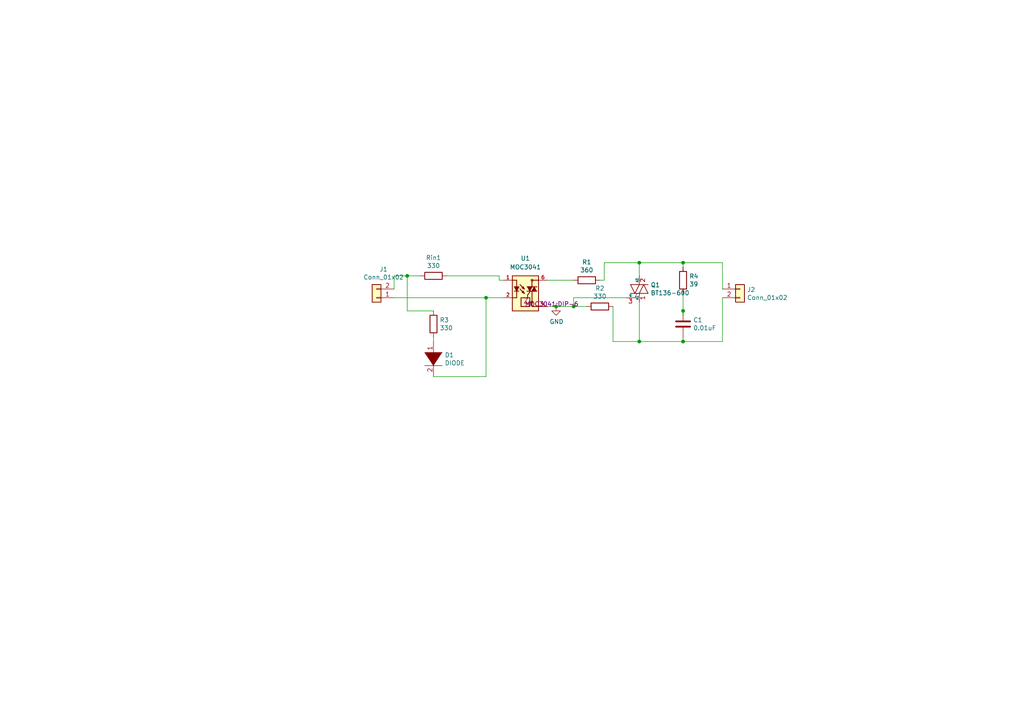
<source format=kicad_sch>
(kicad_sch
	(version 20250114)
	(generator "eeschema")
	(generator_version "9.0")
	(uuid "2ec480f4-f26a-466a-8f26-207c05c20667")
	(paper "A4")
	(lib_symbols
		(symbol "Connector_Generic:Conn_01x02"
			(pin_names
				(offset 1.016)
				(hide yes)
			)
			(exclude_from_sim no)
			(in_bom yes)
			(on_board yes)
			(property "Reference" "J"
				(at 0 2.54 0)
				(effects
					(font
						(size 1.27 1.27)
					)
				)
			)
			(property "Value" "Conn_01x02"
				(at 0 -5.08 0)
				(effects
					(font
						(size 1.27 1.27)
					)
				)
			)
			(property "Footprint" ""
				(at 0 0 0)
				(effects
					(font
						(size 1.27 1.27)
					)
					(hide yes)
				)
			)
			(property "Datasheet" "~"
				(at 0 0 0)
				(effects
					(font
						(size 1.27 1.27)
					)
					(hide yes)
				)
			)
			(property "Description" "Generic connector, single row, 01x02, script generated (kicad-library-utils/schlib/autogen/connector/)"
				(at 0 0 0)
				(effects
					(font
						(size 1.27 1.27)
					)
					(hide yes)
				)
			)
			(property "ki_keywords" "connector"
				(at 0 0 0)
				(effects
					(font
						(size 1.27 1.27)
					)
					(hide yes)
				)
			)
			(property "ki_fp_filters" "Connector*:*_1x??_*"
				(at 0 0 0)
				(effects
					(font
						(size 1.27 1.27)
					)
					(hide yes)
				)
			)
			(symbol "Conn_01x02_1_1"
				(rectangle
					(start -1.27 1.27)
					(end 1.27 -3.81)
					(stroke
						(width 0.254)
						(type default)
					)
					(fill
						(type background)
					)
				)
				(rectangle
					(start -1.27 0.127)
					(end 0 -0.127)
					(stroke
						(width 0.1524)
						(type default)
					)
					(fill
						(type none)
					)
				)
				(rectangle
					(start -1.27 -2.413)
					(end 0 -2.667)
					(stroke
						(width 0.1524)
						(type default)
					)
					(fill
						(type none)
					)
				)
				(pin passive line
					(at -5.08 0 0)
					(length 3.81)
					(name "Pin_1"
						(effects
							(font
								(size 1.27 1.27)
							)
						)
					)
					(number "1"
						(effects
							(font
								(size 1.27 1.27)
							)
						)
					)
				)
				(pin passive line
					(at -5.08 -2.54 0)
					(length 3.81)
					(name "Pin_2"
						(effects
							(font
								(size 1.27 1.27)
							)
						)
					)
					(number "2"
						(effects
							(font
								(size 1.27 1.27)
							)
						)
					)
				)
			)
			(embedded_fonts no)
		)
		(symbol "Device:C"
			(pin_numbers
				(hide yes)
			)
			(pin_names
				(offset 0.254)
			)
			(exclude_from_sim no)
			(in_bom yes)
			(on_board yes)
			(property "Reference" "C"
				(at 0.635 2.54 0)
				(effects
					(font
						(size 1.27 1.27)
					)
					(justify left)
				)
			)
			(property "Value" "C"
				(at 0.635 -2.54 0)
				(effects
					(font
						(size 1.27 1.27)
					)
					(justify left)
				)
			)
			(property "Footprint" ""
				(at 0.9652 -3.81 0)
				(effects
					(font
						(size 1.27 1.27)
					)
					(hide yes)
				)
			)
			(property "Datasheet" "~"
				(at 0 0 0)
				(effects
					(font
						(size 1.27 1.27)
					)
					(hide yes)
				)
			)
			(property "Description" "Unpolarized capacitor"
				(at 0 0 0)
				(effects
					(font
						(size 1.27 1.27)
					)
					(hide yes)
				)
			)
			(property "ki_keywords" "cap capacitor"
				(at 0 0 0)
				(effects
					(font
						(size 1.27 1.27)
					)
					(hide yes)
				)
			)
			(property "ki_fp_filters" "C_*"
				(at 0 0 0)
				(effects
					(font
						(size 1.27 1.27)
					)
					(hide yes)
				)
			)
			(symbol "C_0_1"
				(polyline
					(pts
						(xy -2.032 0.762) (xy 2.032 0.762)
					)
					(stroke
						(width 0.508)
						(type default)
					)
					(fill
						(type none)
					)
				)
				(polyline
					(pts
						(xy -2.032 -0.762) (xy 2.032 -0.762)
					)
					(stroke
						(width 0.508)
						(type default)
					)
					(fill
						(type none)
					)
				)
			)
			(symbol "C_1_1"
				(pin passive line
					(at 0 3.81 270)
					(length 2.794)
					(name "~"
						(effects
							(font
								(size 1.27 1.27)
							)
						)
					)
					(number "1"
						(effects
							(font
								(size 1.27 1.27)
							)
						)
					)
				)
				(pin passive line
					(at 0 -3.81 90)
					(length 2.794)
					(name "~"
						(effects
							(font
								(size 1.27 1.27)
							)
						)
					)
					(number "2"
						(effects
							(font
								(size 1.27 1.27)
							)
						)
					)
				)
			)
			(embedded_fonts no)
		)
		(symbol "Device:R"
			(pin_numbers
				(hide yes)
			)
			(pin_names
				(offset 0)
			)
			(exclude_from_sim no)
			(in_bom yes)
			(on_board yes)
			(property "Reference" "R"
				(at 2.032 0 90)
				(effects
					(font
						(size 1.27 1.27)
					)
				)
			)
			(property "Value" "R"
				(at 0 0 90)
				(effects
					(font
						(size 1.27 1.27)
					)
				)
			)
			(property "Footprint" ""
				(at -1.778 0 90)
				(effects
					(font
						(size 1.27 1.27)
					)
					(hide yes)
				)
			)
			(property "Datasheet" "~"
				(at 0 0 0)
				(effects
					(font
						(size 1.27 1.27)
					)
					(hide yes)
				)
			)
			(property "Description" "Resistor"
				(at 0 0 0)
				(effects
					(font
						(size 1.27 1.27)
					)
					(hide yes)
				)
			)
			(property "ki_keywords" "R res resistor"
				(at 0 0 0)
				(effects
					(font
						(size 1.27 1.27)
					)
					(hide yes)
				)
			)
			(property "ki_fp_filters" "R_*"
				(at 0 0 0)
				(effects
					(font
						(size 1.27 1.27)
					)
					(hide yes)
				)
			)
			(symbol "R_0_1"
				(rectangle
					(start -1.016 -2.54)
					(end 1.016 2.54)
					(stroke
						(width 0.254)
						(type default)
					)
					(fill
						(type none)
					)
				)
			)
			(symbol "R_1_1"
				(pin passive line
					(at 0 3.81 270)
					(length 1.27)
					(name "~"
						(effects
							(font
								(size 1.27 1.27)
							)
						)
					)
					(number "1"
						(effects
							(font
								(size 1.27 1.27)
							)
						)
					)
				)
				(pin passive line
					(at 0 -3.81 90)
					(length 1.27)
					(name "~"
						(effects
							(font
								(size 1.27 1.27)
							)
						)
					)
					(number "2"
						(effects
							(font
								(size 1.27 1.27)
							)
						)
					)
				)
			)
			(embedded_fonts no)
		)
		(symbol "MOC3041:MOC3041"
			(pin_names
				(offset 1.016)
			)
			(exclude_from_sim no)
			(in_bom yes)
			(on_board yes)
			(property "Reference" "U"
				(at 0 0 0)
				(effects
					(font
						(size 1.27 1.27)
					)
					(justify bottom)
				)
			)
			(property "Value" "MOC3041"
				(at 0 0 0)
				(effects
					(font
						(size 1.27 1.27)
					)
					(justify bottom)
				)
			)
			(property "Footprint" "MOC3041:DIP-6"
				(at 0 0 0)
				(effects
					(font
						(size 1.27 1.27)
					)
					(justify bottom)
					(hide yes)
				)
			)
			(property "Datasheet" ""
				(at 0 0 0)
				(effects
					(font
						(size 1.27 1.27)
					)
					(hide yes)
				)
			)
			(property "Description" ""
				(at 0 0 0)
				(effects
					(font
						(size 1.27 1.27)
					)
					(hide yes)
				)
			)
			(property "MF" "Fairchild Semiconductor"
				(at 0 0 0)
				(effects
					(font
						(size 1.27 1.27)
					)
					(justify bottom)
					(hide yes)
				)
			)
			(property "Description_1" "Optoisolator Triac Output 4170Vrms 1 Channel 6-SMD"
				(at 0 0 0)
				(effects
					(font
						(size 1.27 1.27)
					)
					(justify bottom)
					(hide yes)
				)
			)
			(property "Package" "DIP-6 ON Semiconductor"
				(at 0 0 0)
				(effects
					(font
						(size 1.27 1.27)
					)
					(justify bottom)
					(hide yes)
				)
			)
			(property "Price" "None"
				(at 0 0 0)
				(effects
					(font
						(size 1.27 1.27)
					)
					(justify bottom)
					(hide yes)
				)
			)
			(property "VALUE" "MOC3041"
				(at 0 0 0)
				(effects
					(font
						(size 1.27 1.27)
					)
					(justify bottom)
					(hide yes)
				)
			)
			(property "SnapEDA_Link" "https://www.snapeda.com/parts/MOC3041/Fairchild+Imaging/view-part/?ref=snap"
				(at 0 0 0)
				(effects
					(font
						(size 1.27 1.27)
					)
					(justify bottom)
					(hide yes)
				)
			)
			(property "MP" "MOC3041"
				(at 0 0 0)
				(effects
					(font
						(size 1.27 1.27)
					)
					(justify bottom)
					(hide yes)
				)
			)
			(property "Availability" "Not in stock"
				(at 0 0 0)
				(effects
					(font
						(size 1.27 1.27)
					)
					(justify bottom)
					(hide yes)
				)
			)
			(property "Check_prices" "https://www.snapeda.com/parts/MOC3041/Fairchild+Imaging/view-part/?ref=eda"
				(at 0 0 0)
				(effects
					(font
						(size 1.27 1.27)
					)
					(justify bottom)
					(hide yes)
				)
			)
			(symbol "MOC3041_0_0"
				(polyline
					(pts
						(xy -11.43 7.62) (xy -10.16 7.62)
					)
					(stroke
						(width 0.25)
						(type default)
					)
					(fill
						(type none)
					)
				)
				(polyline
					(pts
						(xy -11.43 2.54) (xy -10.16 2.54)
					)
					(stroke
						(width 0.25)
						(type default)
					)
					(fill
						(type none)
					)
				)
				(rectangle
					(start -11.43 -1.27)
					(end -3.81 8.89)
					(stroke
						(width 0.25)
						(type default)
					)
					(fill
						(type background)
					)
				)
				(polyline
					(pts
						(xy -10.795 5.715) (xy -9.525 5.715)
					)
					(stroke
						(width 0.25)
						(type default)
					)
					(fill
						(type none)
					)
				)
				(polyline
					(pts
						(xy -10.795 4.445) (xy -9.525 4.445)
					)
					(stroke
						(width 0.25)
						(type default)
					)
					(fill
						(type none)
					)
				)
				(polyline
					(pts
						(xy -10.16 5.715) (xy -10.16 7.62)
					)
					(stroke
						(width 0.25)
						(type default)
					)
					(fill
						(type none)
					)
				)
				(polyline
					(pts
						(xy -10.16 4.604) (xy -10.795 5.715) (xy -9.684 5.715) (xy -9.684 5.715) (xy -10.16 4.604)
					)
					(stroke
						(width 0.002)
						(type default)
					)
					(fill
						(type outline)
					)
				)
				(polyline
					(pts
						(xy -10.16 4.445) (xy -10.795 5.715)
					)
					(stroke
						(width 0.25)
						(type default)
					)
					(fill
						(type none)
					)
				)
				(polyline
					(pts
						(xy -10.16 2.54) (xy -10.16 4.445)
					)
					(stroke
						(width 0.25)
						(type default)
					)
					(fill
						(type none)
					)
				)
				(polyline
					(pts
						(xy -9.525 5.715) (xy -10.16 4.445)
					)
					(stroke
						(width 0.25)
						(type default)
					)
					(fill
						(type none)
					)
				)
				(polyline
					(pts
						(xy -9.22 6.35) (xy -7.95 5.08)
					)
					(stroke
						(width 0.25)
						(type default)
					)
					(fill
						(type none)
					)
				)
				(polyline
					(pts
						(xy -9.22 5.08) (xy -7.95 3.81)
					)
					(stroke
						(width 0.25)
						(type default)
					)
					(fill
						(type none)
					)
				)
				(polyline
					(pts
						(xy -8.89 2.54) (xy -6.35 2.54)
					)
					(stroke
						(width 0.25)
						(type default)
					)
					(fill
						(type none)
					)
				)
				(polyline
					(pts
						(xy -8.89 0) (xy -8.89 2.54)
					)
					(stroke
						(width 0.25)
						(type default)
					)
					(fill
						(type none)
					)
				)
				(polyline
					(pts
						(xy -8.585 5.385) (xy -7.95 5.08)
					)
					(stroke
						(width 0.25)
						(type default)
					)
					(fill
						(type none)
					)
				)
				(polyline
					(pts
						(xy -8.585 4.115) (xy -7.95 3.81)
					)
					(stroke
						(width 0.25)
						(type default)
					)
					(fill
						(type none)
					)
				)
				(polyline
					(pts
						(xy -8.255 5.715) (xy -8.585 5.385)
					)
					(stroke
						(width 0.25)
						(type default)
					)
					(fill
						(type none)
					)
				)
				(polyline
					(pts
						(xy -8.255 4.445) (xy -8.585 4.115)
					)
					(stroke
						(width 0.25)
						(type default)
					)
					(fill
						(type none)
					)
				)
				(polyline
					(pts
						(xy -7.95 5.08) (xy -8.255 5.715)
					)
					(stroke
						(width 0.25)
						(type default)
					)
					(fill
						(type none)
					)
				)
				(polyline
					(pts
						(xy -7.95 3.81) (xy -8.255 4.445)
					)
					(stroke
						(width 0.25)
						(type default)
					)
					(fill
						(type none)
					)
				)
				(polyline
					(pts
						(xy -7.144 5.715) (xy -4.286 5.715)
					)
					(stroke
						(width 0.25)
						(type default)
					)
					(fill
						(type none)
					)
				)
				(polyline
					(pts
						(xy -7.144 4.445) (xy -4.286 4.445)
					)
					(stroke
						(width 0.25)
						(type default)
					)
					(fill
						(type none)
					)
				)
				(polyline
					(pts
						(xy -6.998 5.715) (xy -5.728 5.715)
					)
					(stroke
						(width 0.25)
						(type default)
					)
					(fill
						(type none)
					)
				)
				(polyline
					(pts
						(xy -6.985 3.334) (xy -6.985 2.54)
					)
					(stroke
						(width 0.25)
						(type default)
					)
					(fill
						(type none)
					)
				)
				(polyline
					(pts
						(xy -6.363 4.445) (xy -6.998 5.715)
					)
					(stroke
						(width 0.25)
						(type default)
					)
					(fill
						(type none)
					)
				)
				(polyline
					(pts
						(xy -6.35 4.604) (xy -6.998 5.715) (xy -5.715 5.715) (xy -5.715 5.715) (xy -6.35 4.604)
					)
					(stroke
						(width 0.002)
						(type default)
					)
					(fill
						(type outline)
					)
				)
				(polyline
					(pts
						(xy -6.35 2.54) (xy -6.35 0)
					)
					(stroke
						(width 0.25)
						(type default)
					)
					(fill
						(type none)
					)
				)
				(polyline
					(pts
						(xy -6.35 1.27) (xy -5.715 1.27)
					)
					(stroke
						(width 0.25)
						(type default)
					)
					(fill
						(type none)
					)
				)
				(polyline
					(pts
						(xy -6.35 0) (xy -8.89 0)
					)
					(stroke
						(width 0.25)
						(type default)
					)
					(fill
						(type none)
					)
				)
				(polyline
					(pts
						(xy -6.191 4.445) (xy -6.985 3.334)
					)
					(stroke
						(width 0.25)
						(type default)
					)
					(fill
						(type none)
					)
				)
				(polyline
					(pts
						(xy -5.728 5.715) (xy -6.363 4.445)
					)
					(stroke
						(width 0.25)
						(type default)
					)
					(fill
						(type none)
					)
				)
				(polyline
					(pts
						(xy -5.728 5.715) (xy -5.728 7.62)
					)
					(stroke
						(width 0.25)
						(type default)
					)
					(fill
						(type none)
					)
				)
				(polyline
					(pts
						(xy -5.728 4.445) (xy -5.093 5.715)
					)
					(stroke
						(width 0.25)
						(type default)
					)
					(fill
						(type none)
					)
				)
				(circle
					(center -5.715 7.62)
					(radius 0.317)
					(stroke
						(width 0)
						(type default)
					)
					(fill
						(type none)
					)
				)
				(polyline
					(pts
						(xy -5.715 7.62) (xy -3.81 7.62)
					)
					(stroke
						(width 0.25)
						(type default)
					)
					(fill
						(type none)
					)
				)
				(circle
					(center -5.715 1.27)
					(radius 0.317)
					(stroke
						(width 0)
						(type default)
					)
					(fill
						(type none)
					)
				)
				(polyline
					(pts
						(xy -5.715 1.27) (xy -5.715 4.445)
					)
					(stroke
						(width 0.25)
						(type default)
					)
					(fill
						(type none)
					)
				)
				(polyline
					(pts
						(xy -5.715 1.27) (xy -5.715 0)
					)
					(stroke
						(width 0.25)
						(type default)
					)
					(fill
						(type none)
					)
				)
				(polyline
					(pts
						(xy -5.715 0) (xy -3.81 0)
					)
					(stroke
						(width 0.25)
						(type default)
					)
					(fill
						(type none)
					)
				)
				(polyline
					(pts
						(xy -5.093 5.715) (xy -4.458 4.445)
					)
					(stroke
						(width 0.25)
						(type default)
					)
					(fill
						(type none)
					)
				)
				(polyline
					(pts
						(xy -5.093 5.715) (xy -5.715 4.445) (xy -4.604 4.445) (xy -4.604 4.445) (xy -5.093 5.715)
					)
					(stroke
						(width 0.002)
						(type default)
					)
					(fill
						(type outline)
					)
				)
				(polyline
					(pts
						(xy -4.458 4.445) (xy -5.728 4.445)
					)
					(stroke
						(width 0.25)
						(type default)
					)
					(fill
						(type none)
					)
				)
				(text "Z"
					(at -8.255 2.54 0)
					(effects
						(font
							(size 1.48 1.48)
						)
						(justify left top)
					)
				)
				(pin passive line
					(at -13.97 7.62 0)
					(length 2.54)
					(name "~"
						(effects
							(font
								(size 1.016 1.016)
							)
						)
					)
					(number "1"
						(effects
							(font
								(size 1.016 1.016)
							)
						)
					)
				)
				(pin passive line
					(at -13.97 2.54 0)
					(length 2.54)
					(name "~"
						(effects
							(font
								(size 1.016 1.016)
							)
						)
					)
					(number "2"
						(effects
							(font
								(size 1.016 1.016)
							)
						)
					)
				)
				(pin passive line
					(at -1.27 7.62 180)
					(length 2.54)
					(name "~"
						(effects
							(font
								(size 1.016 1.016)
							)
						)
					)
					(number "6"
						(effects
							(font
								(size 1.016 1.016)
							)
						)
					)
				)
				(pin passive line
					(at -1.27 0 180)
					(length 2.54)
					(name "~"
						(effects
							(font
								(size 1.016 1.016)
							)
						)
					)
					(number "4"
						(effects
							(font
								(size 1.016 1.016)
							)
						)
					)
				)
			)
			(embedded_fonts no)
		)
		(symbol "TP1-rescue:DIODE-pspice"
			(pin_names
				(offset 1.016)
				(hide yes)
			)
			(exclude_from_sim no)
			(in_bom yes)
			(on_board yes)
			(property "Reference" "D"
				(at 0 3.81 0)
				(effects
					(font
						(size 1.27 1.27)
					)
				)
			)
			(property "Value" "pspice:DIODE"
				(at 0 -4.445 0)
				(effects
					(font
						(size 1.27 1.27)
					)
				)
			)
			(property "Footprint" ""
				(at 0 0 0)
				(effects
					(font
						(size 1.27 1.27)
					)
					(hide yes)
				)
			)
			(property "Datasheet" ""
				(at 0 0 0)
				(effects
					(font
						(size 1.27 1.27)
					)
					(hide yes)
				)
			)
			(property "Description" ""
				(at 0 0 0)
				(effects
					(font
						(size 1.27 1.27)
					)
					(hide yes)
				)
			)
			(symbol "DIODE-pspice_0_1"
				(polyline
					(pts
						(xy -1.905 2.54) (xy -1.905 -2.54) (xy 1.905 0)
					)
					(stroke
						(width 0)
						(type solid)
					)
					(fill
						(type outline)
					)
				)
				(polyline
					(pts
						(xy 1.905 2.54) (xy 1.905 -2.54)
					)
					(stroke
						(width 0)
						(type solid)
					)
					(fill
						(type none)
					)
				)
			)
			(symbol "DIODE-pspice_1_1"
				(pin input line
					(at -5.08 0 0)
					(length 3.81)
					(name "K"
						(effects
							(font
								(size 1.27 1.27)
							)
						)
					)
					(number "1"
						(effects
							(font
								(size 1.27 1.27)
							)
						)
					)
				)
				(pin input line
					(at 5.08 0 180)
					(length 3.81)
					(name "A"
						(effects
							(font
								(size 1.27 1.27)
							)
						)
					)
					(number "2"
						(effects
							(font
								(size 1.27 1.27)
							)
						)
					)
				)
			)
			(embedded_fonts no)
		)
		(symbol "TP1-rescue:GND-power"
			(power)
			(pin_names
				(offset 0)
			)
			(exclude_from_sim no)
			(in_bom yes)
			(on_board yes)
			(property "Reference" "#PWR"
				(at 0 -6.35 0)
				(effects
					(font
						(size 1.27 1.27)
					)
					(hide yes)
				)
			)
			(property "Value" "power:GND"
				(at 0 -3.81 0)
				(effects
					(font
						(size 1.27 1.27)
					)
				)
			)
			(property "Footprint" ""
				(at 0 0 0)
				(effects
					(font
						(size 1.27 1.27)
					)
					(hide yes)
				)
			)
			(property "Datasheet" ""
				(at 0 0 0)
				(effects
					(font
						(size 1.27 1.27)
					)
					(hide yes)
				)
			)
			(property "Description" ""
				(at 0 0 0)
				(effects
					(font
						(size 1.27 1.27)
					)
					(hide yes)
				)
			)
			(symbol "GND-power_0_1"
				(polyline
					(pts
						(xy 0 0) (xy 0 -1.27) (xy 1.27 -1.27) (xy 0 -2.54) (xy -1.27 -1.27) (xy 0 -1.27)
					)
					(stroke
						(width 0)
						(type solid)
					)
					(fill
						(type none)
					)
				)
			)
			(symbol "GND-power_1_1"
				(pin power_in line
					(at 0 0 270)
					(length 0)
					(hide yes)
					(name "GND"
						(effects
							(font
								(size 1.27 1.27)
							)
						)
					)
					(number "1"
						(effects
							(font
								(size 1.27 1.27)
							)
						)
					)
				)
			)
			(embedded_fonts no)
		)
		(symbol "Triac_Thyristor:BT136-600"
			(pin_names
				(offset 0)
			)
			(exclude_from_sim no)
			(in_bom yes)
			(on_board yes)
			(property "Reference" "Q"
				(at 5.08 1.905 0)
				(effects
					(font
						(size 1.27 1.27)
					)
					(justify left)
				)
			)
			(property "Value" "BT136-600"
				(at 5.08 0 0)
				(effects
					(font
						(size 1.27 1.27)
					)
					(justify left)
				)
			)
			(property "Footprint" "Package_TO_SOT_THT:TO-220-3_Vertical"
				(at 5.08 -1.905 0)
				(effects
					(font
						(size 1.27 1.27)
						(italic yes)
					)
					(justify left)
					(hide yes)
				)
			)
			(property "Datasheet" "http://www.micropik.com/PDF/BT136-600.pdf"
				(at 0 0 0)
				(effects
					(font
						(size 1.27 1.27)
					)
					(justify left)
					(hide yes)
				)
			)
			(property "Description" "4A RMS, 500V Off-State Voltage, Triac, TO-220"
				(at 0 0 0)
				(effects
					(font
						(size 1.27 1.27)
					)
					(hide yes)
				)
			)
			(property "ki_keywords" "Triac"
				(at 0 0 0)
				(effects
					(font
						(size 1.27 1.27)
					)
					(hide yes)
				)
			)
			(property "ki_fp_filters" "TO?220*"
				(at 0 0 0)
				(effects
					(font
						(size 1.27 1.27)
					)
					(hide yes)
				)
			)
			(symbol "BT136-600_0_1"
				(polyline
					(pts
						(xy -2.54 1.27) (xy 2.54 1.27)
					)
					(stroke
						(width 0.2032)
						(type default)
					)
					(fill
						(type none)
					)
				)
				(polyline
					(pts
						(xy -2.54 1.27) (xy -1.27 -1.27) (xy 0 1.27)
					)
					(stroke
						(width 0.2032)
						(type default)
					)
					(fill
						(type none)
					)
				)
				(polyline
					(pts
						(xy -2.54 -1.27) (xy 2.54 -1.27)
					)
					(stroke
						(width 0.2032)
						(type default)
					)
					(fill
						(type none)
					)
				)
				(polyline
					(pts
						(xy -1.27 -2.54) (xy -0.635 -1.27)
					)
					(stroke
						(width 0)
						(type default)
					)
					(fill
						(type none)
					)
				)
				(polyline
					(pts
						(xy 0 -1.27) (xy 1.27 1.27) (xy 2.54 -1.27)
					)
					(stroke
						(width 0.2032)
						(type default)
					)
					(fill
						(type none)
					)
				)
			)
			(symbol "BT136-600_1_1"
				(pin input line
					(at -3.81 -2.54 0)
					(length 2.54)
					(name "G"
						(effects
							(font
								(size 0.635 0.635)
							)
						)
					)
					(number "3"
						(effects
							(font
								(size 1.27 1.27)
							)
						)
					)
				)
				(pin passive line
					(at 0 3.81 270)
					(length 2.54)
					(name "A2"
						(effects
							(font
								(size 0.635 0.635)
							)
						)
					)
					(number "2"
						(effects
							(font
								(size 1.27 1.27)
							)
						)
					)
				)
				(pin passive line
					(at 0 -3.81 90)
					(length 2.54)
					(name "A1"
						(effects
							(font
								(size 0.635 0.635)
							)
						)
					)
					(number "1"
						(effects
							(font
								(size 1.27 1.27)
							)
						)
					)
				)
			)
			(embedded_fonts no)
		)
	)
	(junction
		(at 118.11 80.01)
		(diameter 0)
		(color 0 0 0 0)
		(uuid "338556a6-bbe7-446b-99d9-fc19a1d6a86f")
	)
	(junction
		(at 185.42 99.06)
		(diameter 0)
		(color 0 0 0 0)
		(uuid "446ed7b8-82e7-4e3d-a814-96f5ffab4d8c")
	)
	(junction
		(at 185.42 76.2)
		(diameter 0)
		(color 0 0 0 0)
		(uuid "4db7dc87-2357-44a3-9cd6-5e2d0b3504a3")
	)
	(junction
		(at 198.12 90.17)
		(diameter 0)
		(color 0 0 0 0)
		(uuid "584814c3-0b4e-447b-a874-e25186ef888f")
	)
	(junction
		(at 161.29 88.9)
		(diameter 0)
		(color 0 0 0 0)
		(uuid "73adc8cf-9476-4ed5-8ab8-8a8e7294720c")
	)
	(junction
		(at 166.37 88.9)
		(diameter 0)
		(color 0 0 0 0)
		(uuid "a9578177-f726-412e-90d4-8ca2ce802423")
	)
	(junction
		(at 198.12 76.2)
		(diameter 0)
		(color 0 0 0 0)
		(uuid "cdb5e823-cb5b-4c91-b368-10f9b0a6a419")
	)
	(junction
		(at 198.12 99.06)
		(diameter 0)
		(color 0 0 0 0)
		(uuid "d1cf03b9-774f-48ad-8d93-675969d8ac84")
	)
	(junction
		(at 140.97 86.36)
		(diameter 0)
		(color 0 0 0 0)
		(uuid "d936b1ee-f487-4fa1-8671-ef1cb06bb627")
	)
	(wire
		(pts
			(xy 114.3 80.01) (xy 114.3 83.82)
		)
		(stroke
			(width 0)
			(type default)
		)
		(uuid "04ec8b6a-db2e-4a45-849e-074331082cc5")
	)
	(wire
		(pts
			(xy 125.73 90.17) (xy 118.11 90.17)
		)
		(stroke
			(width 0)
			(type default)
		)
		(uuid "0cb17548-67d1-4549-85d8-14ff476811be")
	)
	(wire
		(pts
			(xy 140.97 86.36) (xy 140.97 109.22)
		)
		(stroke
			(width 0)
			(type default)
		)
		(uuid "0f395292-2606-4379-b79f-6bb0e0549d13")
	)
	(wire
		(pts
			(xy 185.42 87.63) (xy 185.42 99.06)
		)
		(stroke
			(width 0)
			(type default)
		)
		(uuid "0f5a624f-6747-4a4d-a62c-15bd38b9fd17")
	)
	(wire
		(pts
			(xy 118.11 90.17) (xy 118.11 80.01)
		)
		(stroke
			(width 0)
			(type default)
		)
		(uuid "17ffae89-976c-4e24-9f05-60c716e0ccdd")
	)
	(wire
		(pts
			(xy 198.12 85.09) (xy 198.12 90.17)
		)
		(stroke
			(width 0)
			(type default)
		)
		(uuid "1bc3932c-08a3-47db-bcfc-d3bd5c1dd8b6")
	)
	(wire
		(pts
			(xy 166.37 86.36) (xy 181.61 86.36)
		)
		(stroke
			(width 0)
			(type default)
		)
		(uuid "205f87b4-08b7-4afb-9430-0b6837ab4d04")
	)
	(wire
		(pts
			(xy 198.12 97.79) (xy 198.12 99.06)
		)
		(stroke
			(width 0)
			(type default)
		)
		(uuid "21df1a4f-143f-41ff-a11d-63e3a0e1ee36")
	)
	(wire
		(pts
			(xy 166.37 88.9) (xy 161.29 88.9)
		)
		(stroke
			(width 0)
			(type default)
		)
		(uuid "27876e63-205f-4db3-8b5b-790adad49cb0")
	)
	(wire
		(pts
			(xy 170.18 88.9) (xy 166.37 88.9)
		)
		(stroke
			(width 0)
			(type default)
		)
		(uuid "2afebd30-d849-4d4b-8260-fb29475b49dd")
	)
	(wire
		(pts
			(xy 185.42 99.06) (xy 198.12 99.06)
		)
		(stroke
			(width 0)
			(type default)
		)
		(uuid "2c1d795b-3267-4b32-9a52-f0b742ef76f8")
	)
	(wire
		(pts
			(xy 125.73 99.06) (xy 125.73 97.79)
		)
		(stroke
			(width 0)
			(type default)
		)
		(uuid "2e11ecd5-8c63-44cf-a08a-e6b79b003aa1")
	)
	(wire
		(pts
			(xy 185.42 80.01) (xy 185.42 76.2)
		)
		(stroke
			(width 0)
			(type default)
		)
		(uuid "3e1b4b51-3184-445f-a762-a6a7f2548644")
	)
	(wire
		(pts
			(xy 173.99 81.28) (xy 175.26 81.28)
		)
		(stroke
			(width 0)
			(type default)
		)
		(uuid "41db6f78-29ac-4e08-95da-1ad0f66602cd")
	)
	(wire
		(pts
			(xy 121.92 80.01) (xy 118.11 80.01)
		)
		(stroke
			(width 0)
			(type default)
		)
		(uuid "49ebc93e-de15-4067-b934-97adc512f78f")
	)
	(wire
		(pts
			(xy 175.26 76.2) (xy 185.42 76.2)
		)
		(stroke
			(width 0)
			(type default)
		)
		(uuid "511869c2-7fe2-4c33-bfb7-96e7fedcd151")
	)
	(wire
		(pts
			(xy 166.37 86.36) (xy 166.37 88.9)
		)
		(stroke
			(width 0)
			(type default)
		)
		(uuid "5f46e67e-1809-407c-aca6-4b8eeec08471")
	)
	(wire
		(pts
			(xy 209.55 86.36) (xy 209.55 99.06)
		)
		(stroke
			(width 0)
			(type default)
		)
		(uuid "68153ab3-ea76-425a-9326-b01803eccedb")
	)
	(wire
		(pts
			(xy 158.75 81.28) (xy 166.37 81.28)
		)
		(stroke
			(width 0)
			(type default)
		)
		(uuid "7fc2d37e-2508-4e29-8856-6e03f7a17257")
	)
	(wire
		(pts
			(xy 185.42 99.06) (xy 177.8 99.06)
		)
		(stroke
			(width 0)
			(type default)
		)
		(uuid "8164243b-8b02-4778-9423-6f155ef66c2b")
	)
	(wire
		(pts
			(xy 198.12 90.17) (xy 198.12 91.44)
		)
		(stroke
			(width 0)
			(type default)
		)
		(uuid "91a5885d-e239-4f7f-be7b-09be1d49a9a5")
	)
	(wire
		(pts
			(xy 114.3 86.36) (xy 140.97 86.36)
		)
		(stroke
			(width 0)
			(type default)
		)
		(uuid "9d2948ca-0262-44ab-b22d-e7c3922d4722")
	)
	(wire
		(pts
			(xy 118.11 80.01) (xy 114.3 80.01)
		)
		(stroke
			(width 0)
			(type default)
		)
		(uuid "9e1de60d-9cb5-4273-9ff7-c8e5ae518241")
	)
	(wire
		(pts
			(xy 175.26 81.28) (xy 175.26 76.2)
		)
		(stroke
			(width 0)
			(type default)
		)
		(uuid "aa03adb0-3656-49ed-a685-8bb032278cc9")
	)
	(wire
		(pts
			(xy 198.12 99.06) (xy 209.55 99.06)
		)
		(stroke
			(width 0)
			(type default)
		)
		(uuid "ab86d790-037a-48cb-a43f-a0a5e82aaa7c")
	)
	(wire
		(pts
			(xy 144.78 81.28) (xy 144.78 80.01)
		)
		(stroke
			(width 0)
			(type default)
		)
		(uuid "ad95a530-f2c8-41c2-a6fa-3212dbf55779")
	)
	(wire
		(pts
			(xy 177.8 99.06) (xy 177.8 88.9)
		)
		(stroke
			(width 0)
			(type default)
		)
		(uuid "b0b21d31-60bd-4d72-a123-305af9b92081")
	)
	(wire
		(pts
			(xy 129.54 80.01) (xy 144.78 80.01)
		)
		(stroke
			(width 0)
			(type default)
		)
		(uuid "b816287c-053c-4c08-af5f-be9699c36ebe")
	)
	(wire
		(pts
			(xy 158.75 88.9) (xy 161.29 88.9)
		)
		(stroke
			(width 0)
			(type default)
		)
		(uuid "ba581f4d-d43d-48c1-9941-dc9831e05b05")
	)
	(wire
		(pts
			(xy 198.12 76.2) (xy 209.55 76.2)
		)
		(stroke
			(width 0)
			(type default)
		)
		(uuid "dae9e95a-2f34-4169-9c82-1c7246a9f4ab")
	)
	(wire
		(pts
			(xy 144.78 81.28) (xy 146.05 81.28)
		)
		(stroke
			(width 0)
			(type default)
		)
		(uuid "dc8534e1-e2e9-4226-b9fe-36f45b802c5c")
	)
	(wire
		(pts
			(xy 125.73 109.22) (xy 140.97 109.22)
		)
		(stroke
			(width 0)
			(type default)
		)
		(uuid "df721cca-022e-45a5-b50d-6d0e7ee5e163")
	)
	(wire
		(pts
			(xy 198.12 77.47) (xy 198.12 76.2)
		)
		(stroke
			(width 0)
			(type default)
		)
		(uuid "f6350443-ce56-4691-afa4-d64de65def16")
	)
	(wire
		(pts
			(xy 140.97 86.36) (xy 146.05 86.36)
		)
		(stroke
			(width 0)
			(type default)
		)
		(uuid "f67d4656-b97f-41ea-a1c6-d345222fd544")
	)
	(wire
		(pts
			(xy 209.55 76.2) (xy 209.55 83.82)
		)
		(stroke
			(width 0)
			(type default)
		)
		(uuid "f9fea0ca-885a-4837-8fca-863bbe6a485f")
	)
	(wire
		(pts
			(xy 185.42 76.2) (xy 198.12 76.2)
		)
		(stroke
			(width 0)
			(type default)
		)
		(uuid "ff290b9b-15de-4c1f-ac98-c1e0cf9a20bf")
	)
	(symbol
		(lib_id "TP1-rescue:DIODE-pspice")
		(at 125.73 104.14 270)
		(unit 1)
		(exclude_from_sim no)
		(in_bom yes)
		(on_board yes)
		(dnp no)
		(uuid "00000000-0000-0000-0000-000068dacf61")
		(property "Reference" "D1"
			(at 128.9812 102.9716 90)
			(effects
				(font
					(size 1.27 1.27)
				)
				(justify left)
			)
		)
		(property "Value" "DIODE"
			(at 128.9812 105.283 90)
			(effects
				(font
					(size 1.27 1.27)
				)
				(justify left)
			)
		)
		(property "Footprint" "LED_THT:LED_D8.0mm"
			(at 125.73 104.14 0)
			(effects
				(font
					(size 1.27 1.27)
				)
				(hide yes)
			)
		)
		(property "Datasheet" ""
			(at 125.73 104.14 0)
			(effects
				(font
					(size 1.27 1.27)
				)
				(hide yes)
			)
		)
		(property "Description" ""
			(at 125.73 104.14 0)
			(effects
				(font
					(size 1.27 1.27)
				)
			)
		)
		(pin "1"
			(uuid "d6b7a55a-7e87-4e88-9beb-c80fe47f9820")
		)
		(pin "2"
			(uuid "93763b77-a245-477c-939f-c56e8ad7d68a")
		)
		(instances
			(project "TP1B"
				(path "/2ec480f4-f26a-466a-8f26-207c05c20667"
					(reference "D1")
					(unit 1)
				)
			)
		)
	)
	(symbol
		(lib_id "Device:R")
		(at 125.73 80.01 270)
		(unit 1)
		(exclude_from_sim no)
		(in_bom yes)
		(on_board yes)
		(dnp no)
		(uuid "00000000-0000-0000-0000-000068dad003")
		(property "Reference" "Rin1"
			(at 125.73 74.7522 90)
			(effects
				(font
					(size 1.27 1.27)
				)
			)
		)
		(property "Value" "330"
			(at 125.73 77.0636 90)
			(effects
				(font
					(size 1.27 1.27)
				)
			)
		)
		(property "Footprint" "Resistor_THT:R_Axial_DIN0204_L3.6mm_D1.6mm_P7.62mm_Horizontal"
			(at 125.73 78.232 90)
			(effects
				(font
					(size 1.27 1.27)
				)
				(hide yes)
			)
		)
		(property "Datasheet" "~"
			(at 125.73 80.01 0)
			(effects
				(font
					(size 1.27 1.27)
				)
				(hide yes)
			)
		)
		(property "Description" ""
			(at 125.73 80.01 0)
			(effects
				(font
					(size 1.27 1.27)
				)
			)
		)
		(pin "1"
			(uuid "8f91be73-0e70-4319-9f53-fc00adee3e56")
		)
		(pin "2"
			(uuid "f415e4ab-b7bb-4364-903e-12481d0da83f")
		)
		(instances
			(project "TP1B"
				(path "/2ec480f4-f26a-466a-8f26-207c05c20667"
					(reference "Rin1")
					(unit 1)
				)
			)
		)
	)
	(symbol
		(lib_id "Device:R")
		(at 170.18 81.28 270)
		(unit 1)
		(exclude_from_sim no)
		(in_bom yes)
		(on_board yes)
		(dnp no)
		(uuid "00000000-0000-0000-0000-000068dad09b")
		(property "Reference" "R1"
			(at 170.18 76.0222 90)
			(effects
				(font
					(size 1.27 1.27)
				)
			)
		)
		(property "Value" "360"
			(at 170.18 78.3336 90)
			(effects
				(font
					(size 1.27 1.27)
				)
			)
		)
		(property "Footprint" "Resistor_THT:R_Axial_DIN0204_L3.6mm_D1.6mm_P7.62mm_Horizontal"
			(at 170.18 79.502 90)
			(effects
				(font
					(size 1.27 1.27)
				)
				(hide yes)
			)
		)
		(property "Datasheet" "~"
			(at 170.18 81.28 0)
			(effects
				(font
					(size 1.27 1.27)
				)
				(hide yes)
			)
		)
		(property "Description" ""
			(at 170.18 81.28 0)
			(effects
				(font
					(size 1.27 1.27)
				)
			)
		)
		(pin "1"
			(uuid "66cc02bf-5495-4a96-a663-ba9757c255dd")
		)
		(pin "2"
			(uuid "503ae630-258d-427d-976d-33785809838c")
		)
		(instances
			(project "TP1B"
				(path "/2ec480f4-f26a-466a-8f26-207c05c20667"
					(reference "R1")
					(unit 1)
				)
			)
		)
	)
	(symbol
		(lib_id "Device:R")
		(at 173.99 88.9 270)
		(unit 1)
		(exclude_from_sim no)
		(in_bom yes)
		(on_board yes)
		(dnp no)
		(uuid "00000000-0000-0000-0000-000068dad0fa")
		(property "Reference" "R2"
			(at 173.99 83.6422 90)
			(effects
				(font
					(size 1.27 1.27)
				)
			)
		)
		(property "Value" "330"
			(at 173.99 85.9536 90)
			(effects
				(font
					(size 1.27 1.27)
				)
			)
		)
		(property "Footprint" "Resistor_THT:R_Axial_DIN0204_L3.6mm_D1.6mm_P7.62mm_Horizontal"
			(at 173.99 87.122 90)
			(effects
				(font
					(size 1.27 1.27)
				)
				(hide yes)
			)
		)
		(property "Datasheet" "~"
			(at 173.99 88.9 0)
			(effects
				(font
					(size 1.27 1.27)
				)
				(hide yes)
			)
		)
		(property "Description" ""
			(at 173.99 88.9 0)
			(effects
				(font
					(size 1.27 1.27)
				)
			)
		)
		(pin "1"
			(uuid "e7d895b2-7dfd-4a9f-9a8b-8fa70aaf0d5a")
		)
		(pin "2"
			(uuid "21b04f52-dc1c-4989-b78b-52b23d96b784")
		)
		(instances
			(project "TP1B"
				(path "/2ec480f4-f26a-466a-8f26-207c05c20667"
					(reference "R2")
					(unit 1)
				)
			)
		)
	)
	(symbol
		(lib_id "Device:R")
		(at 198.12 81.28 0)
		(unit 1)
		(exclude_from_sim no)
		(in_bom yes)
		(on_board yes)
		(dnp no)
		(uuid "00000000-0000-0000-0000-000068dad161")
		(property "Reference" "R4"
			(at 199.898 80.1116 0)
			(effects
				(font
					(size 1.27 1.27)
				)
				(justify left)
			)
		)
		(property "Value" "39"
			(at 199.898 82.423 0)
			(effects
				(font
					(size 1.27 1.27)
				)
				(justify left)
			)
		)
		(property "Footprint" "Resistor_THT:R_Axial_DIN0204_L3.6mm_D1.6mm_P7.62mm_Horizontal"
			(at 196.342 81.28 90)
			(effects
				(font
					(size 1.27 1.27)
				)
				(hide yes)
			)
		)
		(property "Datasheet" "~"
			(at 198.12 81.28 0)
			(effects
				(font
					(size 1.27 1.27)
				)
				(hide yes)
			)
		)
		(property "Description" ""
			(at 198.12 81.28 0)
			(effects
				(font
					(size 1.27 1.27)
				)
			)
		)
		(pin "1"
			(uuid "c448af75-f3d6-4ce7-97a6-e3f45d3adb8d")
		)
		(pin "2"
			(uuid "8cf22a3b-2781-45b3-8353-067dfb3b8290")
		)
		(instances
			(project "TP1B"
				(path "/2ec480f4-f26a-466a-8f26-207c05c20667"
					(reference "R4")
					(unit 1)
				)
			)
		)
	)
	(symbol
		(lib_id "Device:C")
		(at 198.12 93.98 0)
		(unit 1)
		(exclude_from_sim no)
		(in_bom yes)
		(on_board yes)
		(dnp no)
		(uuid "00000000-0000-0000-0000-000068dad1b8")
		(property "Reference" "C1"
			(at 201.041 92.8116 0)
			(effects
				(font
					(size 1.27 1.27)
				)
				(justify left)
			)
		)
		(property "Value" "0.01uF"
			(at 201.041 95.123 0)
			(effects
				(font
					(size 1.27 1.27)
				)
				(justify left)
			)
		)
		(property "Footprint" "Capacitor_THT:C_Axial_L3.8mm_D2.6mm_P12.50mm_Horizontal"
			(at 199.0852 97.79 0)
			(effects
				(font
					(size 1.27 1.27)
				)
				(hide yes)
			)
		)
		(property "Datasheet" "~"
			(at 198.12 93.98 0)
			(effects
				(font
					(size 1.27 1.27)
				)
				(hide yes)
			)
		)
		(property "Description" ""
			(at 198.12 93.98 0)
			(effects
				(font
					(size 1.27 1.27)
				)
			)
		)
		(pin "2"
			(uuid "678243dd-f364-45eb-b6ea-f82844a93cc2")
		)
		(pin "1"
			(uuid "ab75ed62-47b3-4d44-873e-0870797ca651")
		)
		(instances
			(project "TP1B"
				(path "/2ec480f4-f26a-466a-8f26-207c05c20667"
					(reference "C1")
					(unit 1)
				)
			)
		)
	)
	(symbol
		(lib_id "Triac_Thyristor:BT136-600")
		(at 185.42 83.82 0)
		(unit 1)
		(exclude_from_sim no)
		(in_bom yes)
		(on_board yes)
		(dnp no)
		(uuid "00000000-0000-0000-0000-000068dad2df")
		(property "Reference" "Q1"
			(at 188.6966 82.6516 0)
			(effects
				(font
					(size 1.27 1.27)
				)
				(justify left)
			)
		)
		(property "Value" "BT136-600"
			(at 188.6966 84.963 0)
			(effects
				(font
					(size 1.27 1.27)
				)
				(justify left)
			)
		)
		(property "Footprint" "Package_TO_SOT_THT:TO-220-3_Vertical"
			(at 190.5 85.725 0)
			(effects
				(font
					(size 1.27 1.27)
					(italic yes)
				)
				(justify left)
				(hide yes)
			)
		)
		(property "Datasheet" "http://www.micropik.com/PDF/BT136-600.pdf"
			(at 185.42 83.82 0)
			(effects
				(font
					(size 1.27 1.27)
				)
				(justify left)
				(hide yes)
			)
		)
		(property "Description" ""
			(at 185.42 83.82 0)
			(effects
				(font
					(size 1.27 1.27)
				)
			)
		)
		(pin "2"
			(uuid "cf72ded1-0947-4fef-9d89-e6056ee8c82d")
		)
		(pin "3"
			(uuid "e27f017b-0524-4f9e-811c-2114f97d4879")
		)
		(pin "1"
			(uuid "715fdf81-1981-41fb-8f4b-59414b998d45")
		)
		(instances
			(project "TP1B"
				(path "/2ec480f4-f26a-466a-8f26-207c05c20667"
					(reference "Q1")
					(unit 1)
				)
			)
		)
	)
	(symbol
		(lib_id "Device:R")
		(at 125.73 93.98 0)
		(unit 1)
		(exclude_from_sim no)
		(in_bom yes)
		(on_board yes)
		(dnp no)
		(uuid "00000000-0000-0000-0000-000068dad3a0")
		(property "Reference" "R3"
			(at 127.508 92.8116 0)
			(effects
				(font
					(size 1.27 1.27)
				)
				(justify left)
			)
		)
		(property "Value" "330"
			(at 127.508 95.123 0)
			(effects
				(font
					(size 1.27 1.27)
				)
				(justify left)
			)
		)
		(property "Footprint" "Resistor_THT:R_Axial_DIN0204_L3.6mm_D1.6mm_P7.62mm_Horizontal"
			(at 123.952 93.98 90)
			(effects
				(font
					(size 1.27 1.27)
				)
				(hide yes)
			)
		)
		(property "Datasheet" "~"
			(at 125.73 93.98 0)
			(effects
				(font
					(size 1.27 1.27)
				)
				(hide yes)
			)
		)
		(property "Description" ""
			(at 125.73 93.98 0)
			(effects
				(font
					(size 1.27 1.27)
				)
			)
		)
		(pin "1"
			(uuid "01114b2f-b20f-4786-a483-a916cc3a4663")
		)
		(pin "2"
			(uuid "f477f6cf-21dd-4b79-b170-d3154ab1604b")
		)
		(instances
			(project "TP1B"
				(path "/2ec480f4-f26a-466a-8f26-207c05c20667"
					(reference "R3")
					(unit 1)
				)
			)
		)
	)
	(symbol
		(lib_id "Connector_Generic:Conn_01x02")
		(at 109.22 86.36 180)
		(unit 1)
		(exclude_from_sim no)
		(in_bom yes)
		(on_board yes)
		(dnp no)
		(uuid "00000000-0000-0000-0000-000068dad546")
		(property "Reference" "J1"
			(at 111.252 78.105 0)
			(effects
				(font
					(size 1.27 1.27)
				)
			)
		)
		(property "Value" "Conn_01x02"
			(at 111.252 80.4164 0)
			(effects
				(font
					(size 1.27 1.27)
				)
			)
		)
		(property "Footprint" "TerminalBlock:TerminalBlock_MaiXu_MX126-5.0-02P_1x02_P5.00mm"
			(at 109.22 86.36 0)
			(effects
				(font
					(size 1.27 1.27)
				)
				(hide yes)
			)
		)
		(property "Datasheet" "~"
			(at 109.22 86.36 0)
			(effects
				(font
					(size 1.27 1.27)
				)
				(hide yes)
			)
		)
		(property "Description" ""
			(at 109.22 86.36 0)
			(effects
				(font
					(size 1.27 1.27)
				)
			)
		)
		(pin "1"
			(uuid "077f3831-7f69-4dca-ad27-cde0b3d81081")
		)
		(pin "2"
			(uuid "42835136-7cf7-46c6-aad6-aa08009da5f6")
		)
		(instances
			(project "TP1B"
				(path "/2ec480f4-f26a-466a-8f26-207c05c20667"
					(reference "J1")
					(unit 1)
				)
			)
		)
	)
	(symbol
		(lib_id "Connector_Generic:Conn_01x02")
		(at 214.63 83.82 0)
		(unit 1)
		(exclude_from_sim no)
		(in_bom yes)
		(on_board yes)
		(dnp no)
		(uuid "00000000-0000-0000-0000-000068dad5ba")
		(property "Reference" "J2"
			(at 216.662 84.0232 0)
			(effects
				(font
					(size 1.27 1.27)
				)
				(justify left)
			)
		)
		(property "Value" "Conn_01x02"
			(at 216.662 86.3346 0)
			(effects
				(font
					(size 1.27 1.27)
				)
				(justify left)
			)
		)
		(property "Footprint" "TerminalBlock:TerminalBlock_MaiXu_MX126-5.0-02P_1x02_P5.00mm"
			(at 214.63 83.82 0)
			(effects
				(font
					(size 1.27 1.27)
				)
				(hide yes)
			)
		)
		(property "Datasheet" "~"
			(at 214.63 83.82 0)
			(effects
				(font
					(size 1.27 1.27)
				)
				(hide yes)
			)
		)
		(property "Description" ""
			(at 214.63 83.82 0)
			(effects
				(font
					(size 1.27 1.27)
				)
			)
		)
		(pin "1"
			(uuid "9557d996-415a-4396-a0de-697c5696120d")
		)
		(pin "2"
			(uuid "591af8e6-7c4c-4971-b934-fa8a072267b5")
		)
		(instances
			(project "TP1B"
				(path "/2ec480f4-f26a-466a-8f26-207c05c20667"
					(reference "J2")
					(unit 1)
				)
			)
		)
	)
	(symbol
		(lib_id "TP1-rescue:GND-power")
		(at 161.29 88.9 0)
		(unit 1)
		(exclude_from_sim no)
		(in_bom yes)
		(on_board yes)
		(dnp no)
		(uuid "00000000-0000-0000-0000-000068e69a96")
		(property "Reference" "#PWR01"
			(at 161.29 95.25 0)
			(effects
				(font
					(size 1.27 1.27)
				)
				(hide yes)
			)
		)
		(property "Value" "GND"
			(at 161.417 93.2942 0)
			(effects
				(font
					(size 1.27 1.27)
				)
			)
		)
		(property "Footprint" ""
			(at 161.29 88.9 0)
			(effects
				(font
					(size 1.27 1.27)
				)
				(hide yes)
			)
		)
		(property "Datasheet" ""
			(at 161.29 88.9 0)
			(effects
				(font
					(size 1.27 1.27)
				)
				(hide yes)
			)
		)
		(property "Description" ""
			(at 161.29 88.9 0)
			(effects
				(font
					(size 1.27 1.27)
				)
			)
		)
		(pin "1"
			(uuid "e0581b66-5055-42c6-8c10-f76f74f75703")
		)
		(instances
			(project "TP1B"
				(path "/2ec480f4-f26a-466a-8f26-207c05c20667"
					(reference "#PWR01")
					(unit 1)
				)
			)
		)
	)
	(symbol
		(lib_id "MOC3041:MOC3041")
		(at 160.02 88.9 0)
		(unit 1)
		(exclude_from_sim no)
		(in_bom yes)
		(on_board yes)
		(dnp no)
		(fields_autoplaced yes)
		(uuid "f4e33b58-39f8-44e7-bdf2-e6d904f435a2")
		(property "Reference" "U1"
			(at 152.4 74.93 0)
			(effects
				(font
					(size 1.27 1.27)
				)
			)
		)
		(property "Value" "MOC3041"
			(at 152.4 77.47 0)
			(effects
				(font
					(size 1.27 1.27)
				)
			)
		)
		(property "Footprint" "MOC3041:DIP-6"
			(at 160.02 88.9 0)
			(effects
				(font
					(size 1.27 1.27)
				)
				(justify bottom)
			)
		)
		(property "Datasheet" ""
			(at 160.02 88.9 0)
			(effects
				(font
					(size 1.27 1.27)
				)
				(hide yes)
			)
		)
		(property "Description" ""
			(at 160.02 88.9 0)
			(effects
				(font
					(size 1.27 1.27)
				)
				(hide yes)
			)
		)
		(property "MF" "Fairchild Semiconductor"
			(at 160.02 88.9 0)
			(effects
				(font
					(size 1.27 1.27)
				)
				(justify bottom)
				(hide yes)
			)
		)
		(property "Description_1" "Optoisolator Triac Output 4170Vrms 1 Channel 6-SMD"
			(at 160.02 88.9 0)
			(effects
				(font
					(size 1.27 1.27)
				)
				(justify bottom)
				(hide yes)
			)
		)
		(property "Package" "DIP-6 ON Semiconductor"
			(at 160.02 88.9 0)
			(effects
				(font
					(size 1.27 1.27)
				)
				(justify bottom)
				(hide yes)
			)
		)
		(property "Price" "None"
			(at 160.02 88.9 0)
			(effects
				(font
					(size 1.27 1.27)
				)
				(justify bottom)
				(hide yes)
			)
		)
		(property "VALUE" "MOC3041"
			(at 160.02 88.9 0)
			(effects
				(font
					(size 1.27 1.27)
				)
				(justify bottom)
				(hide yes)
			)
		)
		(property "SnapEDA_Link" "https://www.snapeda.com/parts/MOC3041/Fairchild+Imaging/view-part/?ref=snap"
			(at 160.02 88.9 0)
			(effects
				(font
					(size 1.27 1.27)
				)
				(justify bottom)
				(hide yes)
			)
		)
		(property "MP" "MOC3041"
			(at 160.02 88.9 0)
			(effects
				(font
					(size 1.27 1.27)
				)
				(justify bottom)
				(hide yes)
			)
		)
		(property "Availability" "Not in stock"
			(at 160.02 88.9 0)
			(effects
				(font
					(size 1.27 1.27)
				)
				(justify bottom)
				(hide yes)
			)
		)
		(property "Check_prices" "https://www.snapeda.com/parts/MOC3041/Fairchild+Imaging/view-part/?ref=eda"
			(at 160.02 88.9 0)
			(effects
				(font
					(size 1.27 1.27)
				)
				(justify bottom)
				(hide yes)
			)
		)
		(pin "2"
			(uuid "1e06816e-6c09-4835-a8fc-58d57125141a")
		)
		(pin "4"
			(uuid "0278778f-a6bf-4432-83a8-1a9e365e6e3e")
		)
		(pin "6"
			(uuid "65a3c7c3-4d2b-45a2-a8e2-1bf52dbfd287")
		)
		(pin "1"
			(uuid "f998bf57-3cc1-4b39-9650-f0d9eb7bebfa")
		)
		(instances
			(project ""
				(path "/2ec480f4-f26a-466a-8f26-207c05c20667"
					(reference "U1")
					(unit 1)
				)
			)
		)
	)
	(sheet_instances
		(path "/"
			(page "1")
		)
	)
	(embedded_fonts no)
)

</source>
